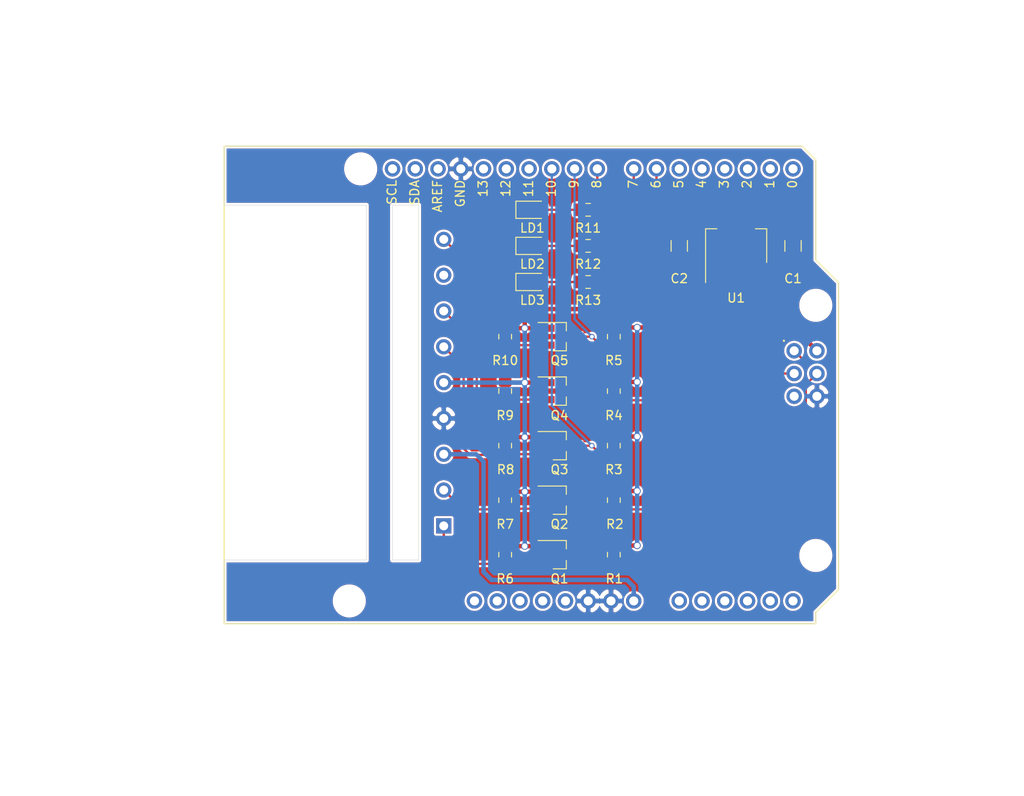
<source format=kicad_pcb>
(kicad_pcb (version 20171130) (host pcbnew 5.1.5)
  (title_block (date 2019-12-26) (rev 1git) (company SukkoPera))
  (layers (0 F.Cu mixed) (31 B.Cu mixed) (36 B.SilkS user) (37 F.SilkS user) (38 B.Mask user) (39 F.Mask user) (44 Edge.Cuts user))
  (net 0 "")
  (net 1 +5V)
  (net 2 GND)
  (net 3 +3V3)
  (net 4 /ps_data_3v3)
  (net 5 /ps_cmd_3v3)
  (net 6 +9V)
  (net 7 /ps_attn_3v3)
  (net 8 /ps_clk_3v3)
  (net 9 /ps_ack_3v3)
  (net 10 "Net-(LD1-Pad2)")
  (net 11 "Net-(LD2-Pad2)")
  (net 12 /ps_data)
  (net 13 /ps_cmd)
  (net 14 /ps_attn)
  (net 15 /ps_clk)
  (net 16 /ps_ack)
  (net 17 /led2)
  (net 18 /led1)
  (net 19 "Net-(LD3-Pad2)")
  (net 20 /led3)
  (module Arduino:Arduino_Uno_Shield (layer F.Cu) (at 113.919 120.4595)
    (fp_text reference XA1 hide)
    (fp_text value Arduino_Uno_Shield)
    (fp_text user . (at 62.484 -32.004) (layer F.SilkS))
    (pad RST2 thru_hole oval (at 63.627 -25.4) (size 1.7272 1.7272) (drill 1.016) (layers *.Cu *.Mask))
    (pad GND4 thru_hole oval (at 66.167 -25.4) (size 1.7272 1.7272) (drill 1.016) (layers *.Cu *.Mask) (net 2 GND))
    (pad MOSI thru_hole oval (at 66.167 -27.94) (size 1.7272 1.7272) (drill 1.016) (layers *.Cu *.Mask) (net 13 /ps_cmd))
    (pad SCK thru_hole oval (at 63.627 -27.94) (size 1.7272 1.7272) (drill 1.016) (layers *.Cu *.Mask) (net 15 /ps_clk))
    (pad 5V2 thru_hole oval (at 66.167 -30.48) (size 1.7272 1.7272) (drill 1.016) (layers *.Cu *.Mask) (net 1 +5V))
    (pad A0 thru_hole oval (at 50.8 -2.54) (size 1.7272 1.7272) (drill 1.016) (layers *.Cu *.Mask))
    (pad VIN thru_hole oval (at 45.72 -2.54) (size 1.7272 1.7272) (drill 1.016) (layers *.Cu *.Mask) (net 6 +9V))
    (pad GND3 thru_hole oval (at 43.18 -2.54) (size 1.7272 1.7272) (drill 1.016) (layers *.Cu *.Mask) (net 2 GND))
    (pad GND2 thru_hole oval (at 40.64 -2.54) (size 1.7272 1.7272) (drill 1.016) (layers *.Cu *.Mask) (net 2 GND))
    (pad 5V1 thru_hole oval (at 38.1 -2.54) (size 1.7272 1.7272) (drill 1.016) (layers *.Cu *.Mask))
    (pad 3V3 thru_hole oval (at 35.56 -2.54) (size 1.7272 1.7272) (drill 1.016) (layers *.Cu *.Mask))
    (pad RST1 thru_hole oval (at 33.02 -2.54) (size 1.7272 1.7272) (drill 1.016) (layers *.Cu *.Mask))
    (pad IORF thru_hole oval (at 30.48 -2.54) (size 1.7272 1.7272) (drill 1.016) (layers *.Cu *.Mask))
    (pad D0 thru_hole oval (at 63.5 -50.8) (size 1.7272 1.7272) (drill 1.016) (layers *.Cu *.Mask))
    (pad D1 thru_hole oval (at 60.96 -50.8) (size 1.7272 1.7272) (drill 1.016) (layers *.Cu *.Mask))
    (pad D2 thru_hole oval (at 58.42 -50.8) (size 1.7272 1.7272) (drill 1.016) (layers *.Cu *.Mask))
    (pad D3 thru_hole oval (at 55.88 -50.8) (size 1.7272 1.7272) (drill 1.016) (layers *.Cu *.Mask))
    (pad D4 thru_hole oval (at 53.34 -50.8) (size 1.7272 1.7272) (drill 1.016) (layers *.Cu *.Mask))
    (pad D5 thru_hole oval (at 50.8 -50.8) (size 1.7272 1.7272) (drill 1.016) (layers *.Cu *.Mask))
    (pad D6 thru_hole oval (at 48.26 -50.8) (size 1.7272 1.7272) (drill 1.016) (layers *.Cu *.Mask) (net 20 /led3))
    (pad D7 thru_hole oval (at 45.72 -50.8) (size 1.7272 1.7272) (drill 1.016) (layers *.Cu *.Mask) (net 17 /led2))
    (pad GND1 thru_hole oval (at 26.416 -50.8) (size 1.7272 1.7272) (drill 1.016) (layers *.Cu *.Mask) (net 2 GND))
    (pad D8 thru_hole oval (at 41.656 -50.8) (size 1.7272 1.7272) (drill 1.016) (layers *.Cu *.Mask) (net 18 /led1))
    (pad D9 thru_hole oval (at 39.116 -50.8) (size 1.7272 1.7272) (drill 1.016) (layers *.Cu *.Mask) (net 16 /ps_ack))
    (pad D10 thru_hole oval (at 36.576 -50.8) (size 1.7272 1.7272) (drill 1.016) (layers *.Cu *.Mask) (net 14 /ps_attn))
    (pad "" np_thru_hole circle (at 66.04 -7.62) (size 3.2 3.2) (drill 3.2) (layers *.Cu *.Mask))
    (pad "" np_thru_hole circle (at 66.04 -35.56) (size 3.2 3.2) (drill 3.2) (layers *.Cu *.Mask))
    (pad "" np_thru_hole circle (at 15.24 -50.8) (size 3.2 3.2) (drill 3.2) (layers *.Cu *.Mask))
    (pad "" np_thru_hole circle (at 13.97 -2.54) (size 3.2 3.2) (drill 3.2) (layers *.Cu *.Mask))
    (pad SCL thru_hole oval (at 18.796 -50.8) (size 1.7272 1.7272) (drill 1.016) (layers *.Cu *.Mask))
    (pad SDA thru_hole oval (at 21.336 -50.8) (size 1.7272 1.7272) (drill 1.016) (layers *.Cu *.Mask))
    (pad AREF thru_hole oval (at 23.876 -50.8) (size 1.7272 1.7272) (drill 1.016) (layers *.Cu *.Mask))
    (pad D13 thru_hole oval (at 28.956 -50.8) (size 1.7272 1.7272) (drill 1.016) (layers *.Cu *.Mask))
    (pad D12 thru_hole oval (at 31.496 -50.8) (size 1.7272 1.7272) (drill 1.016) (layers *.Cu *.Mask))
    (pad D11 thru_hole oval (at 34.036 -50.8) (size 1.7272 1.7272) (drill 1.016) (layers *.Cu *.Mask))
    (pad "" thru_hole oval (at 27.94 -2.54) (size 1.7272 1.7272) (drill 1.016) (layers *.Cu *.Mask))
    (pad A1 thru_hole oval (at 53.34 -2.54) (size 1.7272 1.7272) (drill 1.016) (layers *.Cu *.Mask))
    (pad A2 thru_hole oval (at 55.88 -2.54) (size 1.7272 1.7272) (drill 1.016) (layers *.Cu *.Mask))
    (pad A3 thru_hole oval (at 58.42 -2.54) (size 1.7272 1.7272) (drill 1.016) (layers *.Cu *.Mask))
    (pad A4 thru_hole oval (at 60.96 -2.54) (size 1.7272 1.7272) (drill 1.016) (layers *.Cu *.Mask))
    (pad A5 thru_hole oval (at 63.5 -2.54) (size 1.7272 1.7272) (drill 1.016) (layers *.Cu *.Mask))
    (pad MISO thru_hole oval (at 63.627 -30.48) (size 1.7272 1.7272) (drill 1.016) (layers *.Cu *.Mask) (net 12 /ps_data))
  )
  (module Capacitor_SMD:C_1206_3216Metric_Pad1.42x1.75mm_HandSolder (layer F.Cu) (at 177.419 78.26375 270)
    (fp_text reference C1 (at 3.65125 0 180) (layer F.SilkS))
    (fp_text value 10u)
    (pad 2 smd roundrect (at 1.4875 0 270) (size 1.425 1.75) (layers F.Cu F.Paste F.Mask) (roundrect_rratio 0.175439) (net 1 +5V))
    (pad 1 smd roundrect (at -1.4875 0 270) (size 1.425 1.75) (layers F.Cu F.Paste F.Mask) (roundrect_rratio 0.175439) (net 2 GND))
  )
  (module Capacitor_SMD:C_1206_3216Metric_Pad1.42x1.75mm_HandSolder (layer F.Cu) (at 164.719 78.26375 90)
    (fp_text reference C2 (at -3.65125 0 180) (layer F.SilkS))
    (fp_text value 10u)
    (pad 1 smd roundrect (at -1.4875 0 90) (size 1.425 1.75) (layers F.Cu F.Paste F.Mask) (roundrect_rratio 0.175439) (net 2 GND))
    (pad 2 smd roundrect (at 1.4875 0 90) (size 1.425 1.75) (layers F.Cu F.Paste F.Mask) (roundrect_rratio 0.175439) (net 3 +3V3))
  )
  (module PsxControllerShield:PSX_Pad_Connector (layer F.Cu) (at 124.43 93.5355 180)
    (fp_text reference J1 hide)
    (fp_text value TO_PSX_PAD)
    (pad 1 thru_hole rect (at -14 -16 180) (size 1.7 1.7) (drill 1) (layers *.Cu *.Mask) (net 4 /ps_data_3v3))
    (pad 2 thru_hole oval (at -14 -12 180) (size 1.7 1.7) (drill 1) (layers *.Cu *.Mask) (net 5 /ps_cmd_3v3))
    (pad 3 thru_hole oval (at -14 -8 180) (size 1.7 1.7) (drill 1) (layers *.Cu *.Mask) (net 6 +9V))
    (pad 4 thru_hole oval (at -14 -4 180) (size 1.7 1.7) (drill 1) (layers *.Cu *.Mask) (net 2 GND))
    (pad 5 thru_hole oval (at -14 0 180) (size 1.7 1.7) (drill 1) (layers *.Cu *.Mask) (net 3 +3V3))
    (pad 6 thru_hole oval (at -14 4 180) (size 1.7 1.7) (drill 1) (layers *.Cu *.Mask) (net 7 /ps_attn_3v3))
    (pad 7 thru_hole oval (at -14 8 180) (size 1.7 1.7) (drill 1) (layers *.Cu *.Mask) (net 8 /ps_clk_3v3))
    (pad 8 thru_hole oval (at -14 12 180) (size 1.7 1.7) (drill 1) (layers *.Cu *.Mask))
    (pad 9 thru_hole oval (at -14 16 180) (size 1.7 1.7) (drill 1) (layers *.Cu *.Mask) (net 9 /ps_ack_3v3))
  )
  (module LED_SMD:LED_0805_2012Metric_Pad1.15x1.40mm_HandSolder (layer F.Cu) (at 148.342625 74.2315)
    (fp_text reference LD1 (at -0.0225 2.033) (layer F.SilkS))
    (fp_text value LED)
    (pad 1 smd roundrect (at -1.025 0) (size 1.15 1.4) (layers F.Cu F.Paste F.Mask) (roundrect_rratio 0.217391) (net 2 GND))
    (pad 2 smd roundrect (at 1.025 0) (size 1.15 1.4) (layers F.Cu F.Paste F.Mask) (roundrect_rratio 0.217391) (net 10 "Net-(LD1-Pad2)"))
  )
  (module LED_SMD:LED_0805_2012Metric_Pad1.15x1.40mm_HandSolder (layer F.Cu) (at 148.342625 78.26375)
    (fp_text reference LD2 (at -0.0225 2.033) (layer F.SilkS))
    (fp_text value LED)
    (pad 2 smd roundrect (at 1.025 0) (size 1.15 1.4) (layers F.Cu F.Paste F.Mask) (roundrect_rratio 0.217391) (net 11 "Net-(LD2-Pad2)"))
    (pad 1 smd roundrect (at -1.025 0) (size 1.15 1.4) (layers F.Cu F.Paste F.Mask) (roundrect_rratio 0.217391) (net 2 GND))
  )
  (module Package_TO_SOT_SMD:SOT-23_Handsoldering (layer F.Cu) (at 151.35225 112.75314)
    (fp_text reference Q1 (at 0 2.68986) (layer F.SilkS))
    (fp_text value BSS138)
    (pad 1 smd rect (at -1.5 -0.95) (size 1.9 0.8) (layers F.Cu F.Paste F.Mask) (net 3 +3V3))
    (pad 2 smd rect (at -1.5 0.95) (size 1.9 0.8) (layers F.Cu F.Paste F.Mask) (net 4 /ps_data_3v3))
    (pad 3 smd rect (at 1.5 0) (size 1.9 0.8) (layers F.Cu F.Paste F.Mask) (net 12 /ps_data))
  )
  (module Package_TO_SOT_SMD:SOT-23_Handsoldering (layer F.Cu) (at 151.35225 106.665513)
    (fp_text reference Q2 (at 0 2.684027) (layer F.SilkS))
    (fp_text value BSS138)
    (pad 3 smd rect (at 1.5 0) (size 1.9 0.8) (layers F.Cu F.Paste F.Mask) (net 13 /ps_cmd))
    (pad 2 smd rect (at -1.5 0.95) (size 1.9 0.8) (layers F.Cu F.Paste F.Mask) (net 5 /ps_cmd_3v3))
    (pad 1 smd rect (at -1.5 -0.95) (size 1.9 0.8) (layers F.Cu F.Paste F.Mask) (net 3 +3V3))
  )
  (module Package_TO_SOT_SMD:SOT-23_Handsoldering (layer F.Cu) (at 151.35225 100.577889)
    (fp_text reference Q3 (at 0 2.673111) (layer F.SilkS))
    (fp_text value BSS138)
    (pad 1 smd rect (at -1.5 -0.95) (size 1.9 0.8) (layers F.Cu F.Paste F.Mask) (net 3 +3V3))
    (pad 2 smd rect (at -1.5 0.95) (size 1.9 0.8) (layers F.Cu F.Paste F.Mask) (net 7 /ps_attn_3v3))
    (pad 3 smd rect (at 1.5 0) (size 1.9 0.8) (layers F.Cu F.Paste F.Mask) (net 14 /ps_attn))
  )
  (module Package_TO_SOT_SMD:SOT-23_Handsoldering (layer F.Cu) (at 151.35225 94.481889)
    (fp_text reference Q4 (at 0 2.726451) (layer F.SilkS))
    (fp_text value BSS138)
    (pad 3 smd rect (at 1.5 0) (size 1.9 0.8) (layers F.Cu F.Paste F.Mask) (net 15 /ps_clk))
    (pad 2 smd rect (at -1.5 0.95) (size 1.9 0.8) (layers F.Cu F.Paste F.Mask) (net 8 /ps_clk_3v3))
    (pad 1 smd rect (at -1.5 -0.95) (size 1.9 0.8) (layers F.Cu F.Paste F.Mask) (net 3 +3V3))
  )
  (module Package_TO_SOT_SMD:SOT-23_Handsoldering (layer F.Cu) (at 151.35225 88.402641)
    (fp_text reference Q5 (at 0 2.656359) (layer F.SilkS))
    (fp_text value BSS138)
    (pad 3 smd rect (at 1.5 0) (size 1.9 0.8) (layers F.Cu F.Paste F.Mask) (net 16 /ps_ack))
    (pad 2 smd rect (at -1.5 0.95) (size 1.9 0.8) (layers F.Cu F.Paste F.Mask) (net 9 /ps_ack_3v3))
    (pad 1 smd rect (at -1.5 -0.95) (size 1.9 0.8) (layers F.Cu F.Paste F.Mask) (net 3 +3V3))
  )
  (module Resistor_SMD:R_0805_2012Metric_Pad1.15x1.40mm_HandSolder (layer F.Cu) (at 157.4165 112.75314 270)
    (fp_text reference R1 (at 2.68986 -0.0635 180) (layer F.SilkS))
    (fp_text value 10k)
    (pad 1 smd roundrect (at -1.025 0 270) (size 1.15 1.4) (layers F.Cu F.Paste F.Mask) (roundrect_rratio 0.217391) (net 1 +5V))
    (pad 2 smd roundrect (at 1.025 0 270) (size 1.15 1.4) (layers F.Cu F.Paste F.Mask) (roundrect_rratio 0.217391) (net 12 /ps_data))
  )
  (module Resistor_SMD:R_0805_2012Metric_Pad1.15x1.40mm_HandSolder (layer F.Cu) (at 157.4165 106.665513 270)
    (fp_text reference R2 (at 2.684027 -0.1143 180) (layer F.SilkS))
    (fp_text value 10k)
    (pad 1 smd roundrect (at -1.025 0 270) (size 1.15 1.4) (layers F.Cu F.Paste F.Mask) (roundrect_rratio 0.217391) (net 1 +5V))
    (pad 2 smd roundrect (at 1.025 0 270) (size 1.15 1.4) (layers F.Cu F.Paste F.Mask) (roundrect_rratio 0.217391) (net 13 /ps_cmd))
  )
  (module Resistor_SMD:R_0805_2012Metric_Pad1.15x1.40mm_HandSolder (layer F.Cu) (at 157.4165 100.577889 270)
    (fp_text reference R3 (at 2.673111 -0.0127 180) (layer F.SilkS))
    (fp_text value 10k)
    (pad 2 smd roundrect (at 1.025 0 270) (size 1.15 1.4) (layers F.Cu F.Paste F.Mask) (roundrect_rratio 0.217391) (net 14 /ps_attn))
    (pad 1 smd roundrect (at -1.025 0 270) (size 1.15 1.4) (layers F.Cu F.Paste F.Mask) (roundrect_rratio 0.217391) (net 1 +5V))
  )
  (module Resistor_SMD:R_0805_2012Metric_Pad1.15x1.40mm_HandSolder (layer F.Cu) (at 157.4165 94.481889 270)
    (fp_text reference R4 (at 2.726451 -0.0127 180) (layer F.SilkS))
    (fp_text value 10k)
    (pad 1 smd roundrect (at -1.025 0 270) (size 1.15 1.4) (layers F.Cu F.Paste F.Mask) (roundrect_rratio 0.217391) (net 1 +5V))
    (pad 2 smd roundrect (at 1.025 0 270) (size 1.15 1.4) (layers F.Cu F.Paste F.Mask) (roundrect_rratio 0.217391) (net 15 /ps_clk))
  )
  (module Resistor_SMD:R_0805_2012Metric_Pad1.15x1.40mm_HandSolder (layer F.Cu) (at 157.4165 88.402641 270)
    (fp_text reference R5 (at 2.656359 0 180) (layer F.SilkS))
    (fp_text value 10k)
    (pad 1 smd roundrect (at -1.025 0 270) (size 1.15 1.4) (layers F.Cu F.Paste F.Mask) (roundrect_rratio 0.217391) (net 1 +5V))
    (pad 2 smd roundrect (at 1.025 0 270) (size 1.15 1.4) (layers F.Cu F.Paste F.Mask) (roundrect_rratio 0.217391) (net 16 /ps_ack))
  )
  (module Resistor_SMD:R_0805_2012Metric_Pad1.15x1.40mm_HandSolder (layer F.Cu) (at 145.288 112.75314 270)
    (fp_text reference R6 (at 2.68986 0 180) (layer F.SilkS))
    (fp_text value 10k)
    (pad 2 smd roundrect (at 1.025 0 270) (size 1.15 1.4) (layers F.Cu F.Paste F.Mask) (roundrect_rratio 0.217391) (net 4 /ps_data_3v3))
    (pad 1 smd roundrect (at -1.025 0 270) (size 1.15 1.4) (layers F.Cu F.Paste F.Mask) (roundrect_rratio 0.217391) (net 3 +3V3))
  )
  (module Resistor_SMD:R_0805_2012Metric_Pad1.15x1.40mm_HandSolder (layer F.Cu) (at 145.288 106.665513 270)
    (fp_text reference R7 (at 2.684027 0 180) (layer F.SilkS))
    (fp_text value 10k)
    (pad 1 smd roundrect (at -1.025 0 270) (size 1.15 1.4) (layers F.Cu F.Paste F.Mask) (roundrect_rratio 0.217391) (net 3 +3V3))
    (pad 2 smd roundrect (at 1.025 0 270) (size 1.15 1.4) (layers F.Cu F.Paste F.Mask) (roundrect_rratio 0.217391) (net 5 /ps_cmd_3v3))
  )
  (module Resistor_SMD:R_0805_2012Metric_Pad1.15x1.40mm_HandSolder (layer F.Cu) (at 145.288 100.577889 270)
    (fp_text reference R8 (at 2.673111 -0.0508 180) (layer F.SilkS))
    (fp_text value 10k)
    (pad 1 smd roundrect (at -1.025 0 270) (size 1.15 1.4) (layers F.Cu F.Paste F.Mask) (roundrect_rratio 0.217391) (net 3 +3V3))
    (pad 2 smd roundrect (at 1.025 0 270) (size 1.15 1.4) (layers F.Cu F.Paste F.Mask) (roundrect_rratio 0.217391) (net 7 /ps_attn_3v3))
  )
  (module Resistor_SMD:R_0805_2012Metric_Pad1.15x1.40mm_HandSolder (layer F.Cu) (at 145.288 94.481889 270)
    (fp_text reference R9 (at 2.726451 0 180) (layer F.SilkS))
    (fp_text value 10k)
    (pad 1 smd roundrect (at -1.025 0 270) (size 1.15 1.4) (layers F.Cu F.Paste F.Mask) (roundrect_rratio 0.217391) (net 3 +3V3))
    (pad 2 smd roundrect (at 1.025 0 270) (size 1.15 1.4) (layers F.Cu F.Paste F.Mask) (roundrect_rratio 0.217391) (net 8 /ps_clk_3v3))
  )
  (module Resistor_SMD:R_0805_2012Metric_Pad1.15x1.40mm_HandSolder (layer F.Cu) (at 145.288 88.402641 270)
    (fp_text reference R10 (at 2.656359 0 180) (layer F.SilkS))
    (fp_text value 10k)
    (pad 2 smd roundrect (at 1.025 0 270) (size 1.15 1.4) (layers F.Cu F.Paste F.Mask) (roundrect_rratio 0.217391) (net 9 /ps_ack_3v3))
    (pad 1 smd roundrect (at -1.025 0 270) (size 1.15 1.4) (layers F.Cu F.Paste F.Mask) (roundrect_rratio 0.217391) (net 3 +3V3))
  )
  (module Resistor_SMD:R_0805_2012Metric_Pad1.15x1.40mm_HandSolder (layer F.Cu) (at 154.55 74.2315)
    (fp_text reference R11 (at 0 2.033) (layer F.SilkS))
    (fp_text value 220)
    (pad 1 smd roundrect (at -1.025 0) (size 1.15 1.4) (layers F.Cu F.Paste F.Mask) (roundrect_rratio 0.217391) (net 10 "Net-(LD1-Pad2)"))
    (pad 2 smd roundrect (at 1.025 0) (size 1.15 1.4) (layers F.Cu F.Paste F.Mask) (roundrect_rratio 0.217391) (net 18 /led1))
  )
  (module Resistor_SMD:R_0805_2012Metric_Pad1.15x1.40mm_HandSolder (layer F.Cu) (at 154.55 78.26375)
    (fp_text reference R12 (at 0 2.033) (layer F.SilkS))
    (fp_text value 220)
    (pad 2 smd roundrect (at 1.025 0) (size 1.15 1.4) (layers F.Cu F.Paste F.Mask) (roundrect_rratio 0.217391) (net 17 /led2))
    (pad 1 smd roundrect (at -1.025 0) (size 1.15 1.4) (layers F.Cu F.Paste F.Mask) (roundrect_rratio 0.217391) (net 11 "Net-(LD2-Pad2)"))
  )
  (module Package_TO_SOT_SMD:SOT-223-3_TabPin2 (layer F.Cu) (at 171.069 78.26375 90)
    (fp_text reference U1 (at -5.81025 0 180) (layer F.SilkS))
    (fp_text value LM1117-3.3)
    (pad 2 smd rect (at 3.15 0 90) (size 2 3.8) (layers F.Cu F.Paste F.Mask) (net 3 +3V3))
    (pad 2 smd rect (at -3.15 0 90) (size 2 1.5) (layers F.Cu F.Paste F.Mask) (net 3 +3V3))
    (pad 3 smd rect (at -3.15 2.3 90) (size 2 1.5) (layers F.Cu F.Paste F.Mask) (net 1 +5V))
    (pad 1 smd rect (at -3.15 -2.3 90) (size 2 1.5) (layers F.Cu F.Paste F.Mask) (net 2 GND))
  )
  (module LED_SMD:LED_0805_2012Metric_Pad1.15x1.40mm_HandSolder (layer F.Cu) (at 148.342625 82.296)
    (fp_text reference LD3 (at -0.0225 2.033) (layer F.SilkS))
    (fp_text value LED)
    (pad 1 smd roundrect (at -1.025 0) (size 1.15 1.4) (layers F.Cu F.Paste F.Mask) (roundrect_rratio 0.217391) (net 2 GND))
    (pad 2 smd roundrect (at 1.025 0) (size 1.15 1.4) (layers F.Cu F.Paste F.Mask) (roundrect_rratio 0.217391) (net 19 "Net-(LD3-Pad2)"))
  )
  (module Resistor_SMD:R_0805_2012Metric_Pad1.15x1.40mm_HandSolder (layer F.Cu) (at 154.55 82.296)
    (fp_text reference R13 (at 0 2.033) (layer F.SilkS))
    (fp_text value 220)
    (pad 1 smd roundrect (at -1.025 0) (size 1.15 1.4) (layers F.Cu F.Paste F.Mask) (roundrect_rratio 0.217391) (net 19 "Net-(LD3-Pad2)"))
    (pad 2 smd roundrect (at 1.025 0) (size 1.15 1.4) (layers F.Cu F.Paste F.Mask) (roundrect_rratio 0.217391) (net 20 /led3))
  )
  (module Symbol:OSHW-Logo_7.5x8mm_Copper (layer F.Cu) (at 169.4688 99.9236)
    (fp_text reference J2 hide)
    (fp_text value OSHW_LOGO hide)
    (fp_poly (pts (xy -2.53664 1.952468) (xy -2.501408 1.969874) (xy -2.45796 2.000206) (xy -2.426294 2.033283) (xy -2.404606 2.074817) (xy -2.391097 2.130522) (xy -2.383962 2.206111) (xy -2.3814 2.307296) (xy -2.38125 2.350797) (xy -2.381688 2.446135) (xy -2.383504 2.514271) (xy -2.387455 2.561418) (xy -2.394298 2.59379) (xy -2.404789 2.6176) (xy -2.415704 2.633843) (xy -2.485381 2.702952) (xy -2.567434 2.744521) (xy -2.65595 2.757023) (xy -2.745019 2.738934) (xy -2.773237 2.726142) (xy -2.84079 2.690931) (xy -2.84079 3.2427) (xy -2.791488 3.217205) (xy -2.726527 3.19748) (xy -2.64668 3.192427) (xy -2.566948 3.201756) (xy -2.506735 3.222714) (xy -2.456792 3.262627) (xy -2.414119 3.319741) (xy -2.41091 3.325605) (xy -2.397378 3.353227) (xy -2.387495 3.381068) (xy -2.380691 3.414794) (xy -2.376399 3.460071) (xy -2.374049 3.522562) (xy -2.373072 3.607935) (xy -2.372895 3.70401) (xy -2.372895 4.010526) (xy -2.556711 4.010526) (xy -2.556711 3.445339) (xy -2.608125 3.402077) (xy -2.661534 3.367472) (xy -2.712112 3.36118) (xy -2.76297 3.377372) (xy -2.790075 3.393227) (xy -2.810249 3.41581) (xy -2.824597 3.44994) (xy -2.834224 3.500434) (xy -2.840237 3.572111) (xy -2.84374 3.669788) (xy -2.844974 3.734802) (xy -2.849145 4.002171) (xy -2.936875 4.007222) (xy -3.024606 4.012273) (xy -3.024606 2.353101) (xy -2.84079 2.353101) (xy -2.836104 2.4456) (xy -2.820312 2.509809) (xy -2.790817 2.549759) (xy -2.74502 2.56948) (xy -2.69875 2.573421) (xy -2.646372 2.568892) (xy -2.61161 2.551069) (xy -2.589872 2.527519) (xy -2.57276 2.502189) (xy -2.562573 2.473969) (xy -2.55804 2.434431) (xy -2.557891 2.375142) (xy -2.559416 2.325498) (xy -2.562919 2.25071) (xy -2.568133 2.201611) (xy -2.576913 2.170467) (xy -2.591114 2.149545) (xy -2.604516 2.137452) (xy -2.660513 2.111081) (xy -2.726789 2.106822) (xy -2.764844 2.115906) (xy -2.802523 2.148196) (xy -2.827481 2.211006) (xy -2.839578 2.303894) (xy -2.84079 2.353101) (xy -3.024606 2.353101) (xy -3.024606 1.938421) (xy -2.932698 1.938421) (xy -2.877517 1.940603) (xy -2.849048 1.948351) (xy -2.840794 1.963468) (xy -2.84079 1.963916) (xy -2.83696 1.97872) (xy -2.820067 1.977039) (xy -2.786481 1.960772) (xy -2.708222 1.935887) (xy -2.620173 1.933271) (xy -2.53664 1.952468)) (layer F.Cu) (width 0.01))
    (fp_poly (pts (xy -1.839543 3.198184) (xy -1.76093 3.21916) (xy -1.701084 3.25718) (xy -1.658853 3.306978) (xy -1.645725 3.32823) (xy -1.636032 3.350492) (xy -1.629256 3.37897) (xy -1.624877 3.418871) (xy -1.622376 3.475401) (xy -1.621232 3.553767) (xy -1.620928 3.659176) (xy -1.620922 3.687142) (xy -1.620922 4.010526) (xy -1.701132 4.010526) (xy -1.752294 4.006943) (xy -1.790123 3.997866) (xy -1.799601 3.992268) (xy -1.825512 3.982606) (xy -1.851976 3.992268) (xy -1.895548 4.00433) (xy -1.95884 4.009185) (xy -2.02899 4.007078) (xy -2.09314 3.998256) (xy -2.130593 3.986937) (xy -2.203067 3.940412) (xy -2.24836 3.875846) (xy -2.268722 3.79) (xy -2.268912 3.787796) (xy -2.267125 3.749713) (xy -2.105527 3.749713) (xy -2.091399 3.79303) (xy -2.068388 3.817408) (xy -2.022196 3.835845) (xy -1.961225 3.843205) (xy -1.899051 3.839583) (xy -1.849249 3.825074) (xy -1.835297 3.815765) (xy -1.810915 3.772753) (xy -1.804737 3.723857) (xy -1.804737 3.659605) (xy -1.897182 3.659605) (xy -1.985005 3.666366) (xy -2.051582 3.68552) (xy -2.092998 3.715376) (xy -2.105527 3.749713) (xy -2.267125 3.749713) (xy -2.26451 3.694004) (xy -2.233576 3.619847) (xy -2.175419 3.563767) (xy -2.16738 3.558665) (xy -2.132837 3.542055) (xy -2.090082 3.531996) (xy -2.030314 3.527107) (xy -1.95931 3.525983) (xy -1.804737 3.525921) (xy -1.804737 3.461125) (xy -1.811294 3.41085) (xy -1.828025 3.377169) (xy -1.829984 3.375376) (xy -1.867217 3.360642) (xy -1.92342 3.354931) (xy -1.985533 3.357737) (xy -2.04049 3.368556) (xy -2.073101 3.384782) (xy -2.090772 3.39778) (xy -2.109431 3.400262) (xy -2.135181 3.389613) (xy -2.174127 3.363218) (xy -2.23237 3.318465) (xy -2.237716 3.314273) (xy -2.234977 3.29876) (xy -2.212124 3.27296) (xy -2.177391 3.244289) (xy -2.13901 3.220166) (xy -2.126952 3.21447) (xy -2.082966 3.203103) (xy -2.018513 3.194995) (xy -1.946503 3.191743) (xy -1.943136 3.191736) (xy -1.839543 3.198184)) (layer F.Cu) (width 0.01))
    (fp_poly (pts (xy -1.320119 3.193486) (xy -1.295112 3.200982) (xy -1.28705 3.217451) (xy -1.286711 3.224886) (xy -1.285264 3.245594) (xy -1.275302 3.248845) (xy -1.248388 3.234648) (xy -1.232402 3.224948) (xy -1.181967 3.204175) (xy -1.121728 3.193904) (xy -1.058566 3.193114) (xy -0.999363 3.200786) (xy -0.950998 3.215898) (xy -0.920354 3.237432) (xy -0.914311 3.264366) (xy -0.917361 3.27166) (xy -0.939594 3.301937) (xy -0.97407 3.339175) (xy -0.980306 3.345195) (xy -1.013167 3.372875) (xy -1.04152 3.381818) (xy -1.081173 3.375576) (xy -1.097058 3.371429) (xy -1.146491 3.361467) (xy -1.181248 3.365947) (xy -1.2106 3.381746) (xy -1.237487 3.402949) (xy -1.25729 3.429614) (xy -1.271052 3.466827) (xy -1.279816 3.519673) (xy -1.284626 3.593237) (xy -1.286526 3.692605) (xy -1.286711 3.752601) (xy -1.286711 4.010526) (xy -1.453816 4.010526) (xy -1.453816 3.19171) (xy -1.370264 3.19171) (xy -1.320119 3.193486)) (layer F.Cu) (width 0.01))
    (fp_poly (pts (xy -0.267369 4.010526) (xy -0.359277 4.010526) (xy -0.412623 4.008962) (xy -0.440407 4.002485) (xy -0.45041 3.988418) (xy -0.451185 3.978906) (xy -0.452872 3.959832) (xy -0.46351 3.956174) (xy -0.491465 3.967932) (xy -0.513205 3.978906) (xy -0.596668 4.004911) (xy -0.687396 4.006416) (xy -0.761158 3.987021) (xy -0.829846 3.940165) (xy -0.882206 3.871004) (xy -0.910878 3.789427) (xy -0.911608 3.784866) (xy -0.915868 3.735101) (xy -0.917986 3.663659) (xy -0.917816 3.609626) (xy -0.73528 3.609626) (xy -0.731051 3.681441) (xy -0.721432 3.740634) (xy -0.70841 3.77406) (xy -0.659144 3.81974) (xy -0.60065 3.836115) (xy -0.540329 3.822873) (xy -0.488783 3.783373) (xy -0.469262 3.756807) (xy -0.457848 3.725106) (xy -0.452502 3.678832) (xy -0.451185 3.609328) (xy -0.453542 3.540499) (xy -0.459767 3.480026) (xy -0.468592 3.439556) (xy -0.470063 3.435929) (xy -0.505653 3.392802) (xy -0.5576 3.369124) (xy -0.615722 3.365301) (xy -0.66984 3.381738) (xy -0.709774 3.41884) (xy -0.713917 3.426222) (xy -0.726884 3.471239) (xy -0.733948 3.535967) (xy -0.73528 3.609626) (xy -0.917816 3.609626) (xy -0.917729 3.58223) (xy -0.916528 3.538405) (xy -0.908355 3.429988) (xy -0.89137 3.348588) (xy -0.863113 3.288412) (xy -0.821128 3.243666) (xy -0.780368 3.2174) (xy -0.723419 3.198935) (xy -0.652589 3.192602) (xy -0.580059 3.19776) (xy -0.518014 3.213769) (xy -0.485232 3.23292) (xy -0.451185 3.263732) (xy -0.451185 2.87421) (xy -0.267369 2.87421) (xy -0.267369 4.010526)) (layer F.Cu) (width 0.01))
    (fp_poly (pts (xy 0.37413 3.195104) (xy 0.44022 3.200066) (xy 0.526626 3.459079) (xy 0.613031 3.718092) (xy 0.640124 3.626184) (xy 0.656428 3.569384) (xy 0.677875 3.492625) (xy 0.701035 3.408251) (xy 0.71328 3.362993) (xy 0.759344 3.19171) (xy 0.949387 3.19171) (xy 0.892582 3.371349) (xy 0.864607 3.459704) (xy 0.830813 3.566281) (xy 0.79552 3.677454) (xy 0.764013 3.776579) (xy 0.69225 4.002171) (xy 0.537286 4.012253) (xy 0.49527 3.873528) (xy 0.469359 3.787351) (xy 0.441083 3.692347) (xy 0.416369 3.608441) (xy 0.415394 3.605102) (xy 0.396935 3.548248) (xy 0.380649 3.509456) (xy 0.369242 3.494787) (xy 0.366898 3.496483) (xy 0.358671 3.519225) (xy 0.343038 3.56794) (xy 0.321904 3.636502) (xy 0.29717 3.718785) (xy 0.283787 3.764046) (xy 0.211311 4.010526) (xy 0.057495 4.010526) (xy -0.065469 3.622006) (xy -0.100012 3.513022) (xy -0.131479 3.414048) (xy -0.158384 3.329736) (xy -0.179241 3.264734) (xy -0.192562 3.223692) (xy -0.196612 3.211701) (xy -0.193406 3.199423) (xy -0.168235 3.194046) (xy -0.115854 3.194584) (xy -0.107655 3.19499) (xy -0.010518 3.200066) (xy 0.0531 3.434013) (xy 0.076484 3.519333) (xy 0.097381 3.594335) (xy 0.113951 3.652507) (xy 0.124354 3.687337) (xy 0.126276 3.693016) (xy 0.134241 3.686486) (xy 0.150304 3.652654) (xy 0.172621 3.596127) (xy 0.199345 3.52151) (xy 0.221937 3.454107) (xy 0.308041 3.190143) (xy 0.37413 3.195104)) (layer F.Cu) (width 0.01))
    (fp_poly (pts (xy 1.379992 3.196673) (xy 1.450427 3.21378) (xy 1.470787 3.222844) (xy 1.510253 3.246583) (xy 1.540541 3.273321) (xy 1.562952 3.307699) (xy 1.578786 3.35436) (xy 1.589343 3.417946) (xy 1.595924 3.503099) (xy 1.599828 3.614462) (xy 1.60131 3.688849) (xy 1.606765 4.010526) (xy 1.51358 4.010526) (xy 1.457047 4.008156) (xy 1.427922 4.000055) (xy 1.420394 3.986451) (xy 1.41642 3.971741) (xy 1.398652 3.974554) (xy 1.37444 3.986348) (xy 1.313828 4.004427) (xy 1.235929 4.009299) (xy 1.153995 4.00133) (xy 1.081281 3.980889) (xy 1.074759 3.978051) (xy 1.008302 3.931365) (xy 0.964491 3.866464) (xy 0.944332 3.7906) (xy 0.945872 3.763344) (xy 1.110345 3.763344) (xy 1.124837 3.800024) (xy 1.167805 3.826309) (xy 1.237129 3.840417) (xy 1.274177 3.84229) (xy 1.335919 3.837494) (xy 1.37696 3.818858) (xy 1.386973 3.81) (xy 1.4141 3.761806) (xy 1.420394 3.718092) (xy 1.420394 3.659605) (xy 1.33893 3.659605) (xy 1.244234 3.664432) (xy 1.177813 3.679613) (xy 1.135846 3.7062) (xy 1.126449 3.718052) (xy 1.110345 3.763344) (xy 0.945872 3.763344) (xy 0.948829 3.711026) (xy 0.978985 3.634995) (xy 1.020131 3.583612) (xy 1.045052 3.561397) (xy 1.069448 3.546798) (xy 1.101191 3.537897) (xy 1.148152 3.532775) (xy 1.218204 3.529515) (xy 1.24599 3.528577) (xy 1.420394 3.522879) (xy 1.420138 3.470091) (xy 1.413384 3.414603) (xy 1.388964 3.381052) (xy 1.33963 3.359618) (xy 1.338306 3.359236) (xy 1.26836 3.350808) (xy 1.199914 3.361816) (xy 1.149047 3.388585) (xy 1.128637 3.401803) (xy 1.106654 3.399974) (xy 1.072826 3.380824) (xy 1.052961 3.367308) (xy 1.014106 3.338432) (xy 0.990038 3.316786) (xy 0.986176 3.310589) (xy 1.002079 3.278519) (xy 1.049065 3.240219) (xy 1.069473 3.227297) (xy 1.128143 3.205041) (xy 1.207212 3.192432) (xy 1.295041 3.1896) (xy 1.379992 3.196673)) (layer F.Cu) (width 0.01))
    (fp_poly (pts (xy 2.173167 3.191447) (xy 2.237408 3.204112) (xy 2.27398 3.222864) (xy 2.312453 3.254017) (xy 2.257717 3.323127) (xy 2.223969 3.364979) (xy 2.201053 3.385398) (xy 2.178279 3.388517) (xy 2.144956 3.378472) (xy 2.129314 3.372789) (xy 2.065542 3.364404) (xy 2.00714 3.382378) (xy 1.964264 3.422982) (xy 1.957299 3.435929) (xy 1.949713 3.470224) (xy 1.943859 3.533427) (xy 1.940011 3.62106) (xy 1.938443 3.72864) (xy 1.938421 3.743944) (xy 1.938421 4.010526) (xy 1.754605 4.010526) (xy 1.754605 3.19171) (xy 1.846513 3.19171) (xy 1.899507 3.193094) (xy 1.927115 3.199252) (xy 1.937324 3.213194) (xy 1.938421 3.226344) (xy 1.938421 3.260978) (xy 1.98245 3.226344) (xy 2.032937 3.202716) (xy 2.10076 3.191033) (xy 2.173167 3.191447)) (layer F.Cu) (width 0.01))
    (fp_poly (pts (xy 2.701193 3.196078) (xy 2.781068 3.216845) (xy 2.847962 3.259705) (xy 2.880351 3.291723) (xy 2.933445 3.367413) (xy 2.963873 3.455216) (xy 2.974327 3.56315) (xy 2.97438 3.571875) (xy 2.974473 3.659605) (xy 2.469534 3.659605) (xy 2.480298 3.705559) (xy 2.499732 3.747178) (xy 2.533745 3.790544) (xy 2.54086 3.797467) (xy 2.602003 3.834935) (xy 2.671729 3.841289) (xy 2.751987 3.816638) (xy 2.765592 3.81) (xy 2.807319 3.789819) (xy 2.835268 3.778321) (xy 2.840145 3.777258) (xy 2.857168 3.787583) (xy 2.889633 3.812845) (xy 2.906114 3.82665) (xy 2.940264 3.858361) (xy 2.951478 3.879299) (xy 2.943695 3.89856) (xy 2.939535 3.903827) (xy 2.911357 3.926878) (xy 2.864862 3.954892) (xy 2.832434 3.971246) (xy 2.740385 4.000059) (xy 2.638476 4.009395) (xy 2.541963 3.998332) (xy 2.514934 3.990412) (xy 2.431276 3.945581) (xy 2.369266 3.876598) (xy 2.328545 3.782794) (xy 2.308755 3.663498) (xy 2.306582 3.601118) (xy 2.312926 3.510298) (xy 2.473157 3.510298) (xy 2.488655 3.517012) (xy 2.530312 3.52228) (xy 2.590876 3.525389) (xy 2.631907 3.525921) (xy 2.705711 3.525408) (xy 2.752293 3.523006) (xy 2.777848 3.517422) (xy 2.788569 3.507361) (xy 2.790657 3.492763) (xy 2.776331 3.447796) (xy 2.740262 3.403353) (xy 2.692815 3.369242) (xy 2.645349 3.355288) (xy 2.580879 3.367666) (xy 2.52507 3.403452) (xy 2.486374 3.455033) (xy 2.473157 3.510298) (xy 2.312926 3.510298) (xy 2.315821 3.468866) (xy 2.344336 3.363498) (xy 2.392729 3.284178) (xy 2.461604 3.230071) (xy 2.551565 3.200343) (xy 2.6003 3.194618) (xy 2.701193 3.196078)) (layer F.Cu) (width 0.01))
    (fp_poly (pts (xy -3.373216 1.947104) (xy -3.285795 1.985754) (xy -3.21943 2.05029) (xy -3.174024 2.140812) (xy -3.149482 2.257418) (xy -3.147723 2.275624) (xy -3.146344 2.403984) (xy -3.164216 2.516496) (xy -3.20025 2.607688) (xy -3.219545 2.637022) (xy -3.286755 2.699106) (xy -3.37235 2.739316) (xy -3.46811 2.756003) (xy -3.565813 2.747517) (xy -3.640083 2.72138) (xy -3.703953 2.677335) (xy -3.756154 2.619587) (xy -3.757057 2.618236) (xy -3.778256 2.582593) (xy -3.792033 2.546752) (xy -3.800376 2.501519) (xy -3.805273 2.437701) (xy -3.807431 2.385368) (xy -3.808329 2.33791) (xy -3.641257 2.33791) (xy -3.639624 2.385154) (xy -3.633696 2.448046) (xy -3.623239 2.488407) (xy -3.604381 2.517122) (xy -3.586719 2.533896) (xy -3.524106 2.569016) (xy -3.458592 2.57371) (xy -3.397579 2.54844) (xy -3.367072 2.520124) (xy -3.345089 2.491589) (xy -3.332231 2.464284) (xy -3.326588 2.42875) (xy -3.326249 2.375524) (xy -3.327988 2.326506) (xy -3.331729 2.256482) (xy -3.337659 2.211064) (xy -3.348347 2.18144) (xy -3.366361 2.158797) (xy -3.380637 2.145855) (xy -3.440349 2.11186) (xy -3.504766 2.110165) (xy -3.558781 2.130301) (xy -3.60486 2.172352) (xy -3.632311 2.241428) (xy -3.641257 2.33791) (xy -3.808329 2.33791) (xy -3.809401 2.281299) (xy -3.806036 2.203468) (xy -3.795955 2.14493) (xy -3.777774 2.098737) (xy -3.75011 2.057942) (xy -3.739854 2.045828) (xy -3.675722 1.985474) (xy -3.606934 1.95022) (xy -3.522811 1.93545) (xy -3.481791 1.934243) (xy -3.373216 1.947104)) (layer F.Cu) (width 0.01))
    (fp_poly (pts (xy -1.802982 1.957027) (xy -1.78633 1.964866) (xy -1.728695 2.007086) (xy -1.674195 2.0687) (xy -1.633501 2.136543) (xy -1.621926 2.167734) (xy -1.611366 2.223449) (xy -1.605069 2.290781) (xy -1.604304 2.318585) (xy -1.604211 2.406316) (xy -2.10915 2.406316) (xy -2.098387 2.45227) (xy -2.071967 2.50662) (xy -2.025778 2.553591) (xy -1.970828 2.583848) (xy -1.935811 2.590131) (xy -1.888323 2.582506) (xy -1.831665 2.563383) (xy -1.812418 2.554584) (xy -1.741241 2.519036) (xy -1.680498 2.565367) (xy -1.645448 2.596703) (xy -1.626798 2.622567) (xy -1.625853 2.630158) (xy -1.642515 2.648556) (xy -1.67903 2.676515) (xy -1.712172 2.698327) (xy -1.801607 2.737537) (xy -1.901871 2.755285) (xy -2.001246 2.75067) (xy -2.080461 2.726551) (xy -2.16212 2.674884) (xy -2.220151 2.606856) (xy -2.256454 2.518843) (xy -2.272928 2.407216) (xy -2.274389 2.356138) (xy -2.268543 2.239091) (xy -2.267825 2.235686) (xy -2.100511 2.235686) (xy -2.095903 2.246662) (xy -2.076964 2.252715) (xy -2.037902 2.25531) (xy -1.972923 2.25591) (xy -1.947903 2.255921) (xy -1.871779 2.255014) (xy -1.823504 2.25172) (xy -1.79754 2.245181) (xy -1.788352 2.234537) (xy -1.788027 2.231119) (xy -1.798513 2.203956) (xy -1.824758 2.165903) (xy -1.836041 2.152579) (xy -1.877928 2.114896) (xy -1.921591 2.10008) (xy -1.945115 2.098842) (xy -2.008757 2.114329) (xy -2.062127 2.15593) (xy -2.095981 2.216353) (xy -2.096581 2.218322) (xy -2.100511 2.235686) (xy -2.267825 2.235686) (xy -2.249101 2.146928) (xy -2.214078 2.07319) (xy -2.171244 2.020848) (xy -2.092052 1.964092) (xy -1.99896 1.933762) (xy -1.899945 1.931021) (xy -1.802982 1.957027)) (layer F.Cu) (width 0.01))
    (fp_poly (pts (xy 0.018628 1.935547) (xy 0.081908 1.947548) (xy 0.147557 1.972648) (xy 0.154572 1.975848) (xy 0.204356 2.002026) (xy 0.238834 2.026353) (xy 0.249978 2.041937) (xy 0.239366 2.067353) (xy 0.213588 2.104853) (xy 0.202146 2.118852) (xy 0.154992 2.173954) (xy 0.094201 2.138086) (xy 0.036347 2.114192) (xy -0.0305 2.10142) (xy -0.094606 2.100613) (xy -0.144236 2.112615) (xy -0.156146 2.120105) (xy -0.178828 2.15445) (xy -0.181584 2.194013) (xy -0.164612 2.22492) (xy -0.154573 2.230913) (xy -0.12449 2.238357) (xy -0.071611 2.247106) (xy -0.006425 2.255467) (xy 0.0056 2.256778) (xy 0.110297 2.274888) (xy 0.186232 2.305651) (xy 0.236592 2.351907) (xy 0.264564 2.416497) (xy 0.273278 2.495387) (xy 0.26124 2.585065) (xy 0.222151 2.655486) (xy 0.155855 2.706777) (xy 0.062194 2.739067) (xy -0.041777 2.751807) (xy -0.126562 2.751654) (xy -0.195335 2.740083) (xy -0.242303 2.724109) (xy -0.30165 2.696275) (xy -0.356494 2.663973) (xy -0.375987 2.649755) (xy -0.426119 2.608835) (xy -0.305197 2.486477) (xy -0.236457 2.531967) (xy -0.167512 2.566133) (xy -0.093889 2.584004) (xy -0.023117 2.585889) (xy 0.037274 2.572101) (xy 0.079757 2.542949) (xy 0.093474 2.518352) (xy 0.091417 2.478904) (xy 0.05733 2.448737) (xy -0.008692 2.427906) (xy -0.081026 2.418279) (xy -0.192348 2.39991) (xy -0.275048 2.365254) (xy -0.330235 2.313297) (xy -0.359012 2.243023) (xy -0.362999 2.159707) (xy -0.343307 2.072681) (xy -0.298411 2.006902) (xy -0.227909 1.962068) (xy -0.131399 1.937879) (xy -0.0599 1.933137) (xy 0.018628 1.935547)) (layer F.Cu) (width 0.01))
    (fp_poly (pts (xy 0.811669 1.94831) (xy 0.896192 1.99434) (xy 0.962321 2.067006) (xy 0.993478 2.126106) (xy 1.006855 2.178305) (xy 1.015522 2.252719) (xy 1.019237 2.338442) (xy 1.017754 2.424569) (xy 1.010831 2.500193) (xy 1.002745 2.540584) (xy 0.975465 2.59584) (xy 0.92822 2.65453) (xy 0.871282 2.705852) (xy 0.814924 2.739005) (xy 0.81355 2.739531) (xy 0.743616 2.754018) (xy 0.660737 2.754377) (xy 0.581977 2.741188) (xy 0.551566 2.730617) (xy 0.473239 2.686201) (xy 0.417143 2.628007) (xy 0.380286 2.550965) (xy 0.35968 2.450001) (xy 0.355018 2.397116) (xy 0.355613 2.330663) (xy 0.534736 2.330663) (xy 0.54077 2.42763) (xy 0.558138 2.501523) (xy 0.58574 2.548736) (xy 0.605404 2.562237) (xy 0.655787 2.571651) (xy 0.715673 2.568864) (xy 0.767449 2.555316) (xy 0.781027 2.547862) (xy 0.816849 2.504451) (xy 0.840493 2.438014) (xy 0.850558 2.357161) (xy 0.845642 2.270502) (xy 0.834655 2.218349) (xy 0.803109 2.157951) (xy 0.753311 2.120197) (xy 0.693337 2.107143) (xy 0.631264 2.120849) (xy 0.583582 2.154372) (xy 0.558525 2.182031) (xy 0.5439 2.209294) (xy 0.536929 2.24619) (xy 0.534833 2.30275) (xy 0.534736 2.330663) (xy 0.355613 2.330663) (xy 0.356282 2.255994) (xy 0.379265 2.140271) (xy 0.423972 2.049941) (xy 0.490405 1.985) (xy 0.578565 1.945445) (xy 0.597495 1.940858) (xy 0.711266 1.93009) (xy 0.811669 1.94831)) (layer F.Cu) (width 0.01))
    (fp_poly (pts (xy 1.320131 2.198533) (xy 1.32171 2.321089) (xy 1.327481 2.414179) (xy 1.338991 2.481651) (xy 1.35779 2.527355) (xy 1.385426 2.555139) (xy 1.423448 2.568854) (xy 1.470526 2.572358) (xy 1.519832 2.568432) (xy 1.557283 2.554089) (xy 1.584428 2.525478) (xy 1.602815 2.478751) (xy 1.613993 2.410058) (xy 1.619511 2.31555) (xy 1.620921 2.198533) (xy 1.620921 1.938421) (xy 1.804736 1.938421) (xy 1.804736 2.740526) (xy 1.712828 2.740526) (xy 1.657422 2.738281) (xy 1.628891 2.730396) (xy 1.620921 2.715428) (xy 1.61612 2.702097) (xy 1.597014 2.704917) (xy 1.558504 2.723783) (xy 1.470239 2.752887) (xy 1.376623 2.750825) (xy 1.286921 2.719221) (xy 1.244204 2.694257) (xy 1.211621 2.667226) (xy 1.187817 2.633405) (xy 1.171439 2.588068) (xy 1.161131 2.526489) (xy 1.155541 2.443943) (xy 1.153312 2.335705) (xy 1.153026 2.252004) (xy 1.153026 1.938421) (xy 1.320131 1.938421) (xy 1.320131 2.198533)) (layer F.Cu) (width 0.01))
    (fp_poly (pts (xy 2.946576 1.945419) (xy 3.043395 1.986549) (xy 3.07389 2.006571) (xy 3.112865 2.03734) (xy 3.137331 2.061533) (xy 3.141578 2.069413) (xy 3.129584 2.086899) (xy 3.098887 2.11657) (xy 3.074312 2.137279) (xy 3.007046 2.191336) (xy 2.95393 2.146642) (xy 2.912884 2.117789) (xy 2.872863 2.107829) (xy 2.827059 2.110261) (xy 2.754324 2.128345) (xy 2.704256 2.165881) (xy 2.673829 2.226562) (xy 2.660017 2.314081) (xy 2.660013 2.314136) (xy 2.661208 2.411958) (xy 2.679772 2.48373) (xy 2.716804 2.532595) (xy 2.74205 2.549143) (xy 2.809097 2.569749) (xy 2.880709 2.569762) (xy 2.943015 2.549768) (xy 2.957763 2.54) (xy 2.99475 2.515047) (xy 3.023668 2.510958) (xy 3.054856 2.52953) (xy 3.089336 2.562887) (xy 3.143912 2.619196) (xy 3.083318 2.669142) (xy 2.989698 2.725513) (xy 2.884125 2.753293) (xy 2.773798 2.751282) (xy 2.701343 2.732862) (xy 2.616656 2.68731) (xy 2.548927 2.61565) (xy 2.518157 2.565066) (xy 2.493236 2.492488) (xy 2.480766 2.400569) (xy 2.48067 2.300948) (xy 2.49287 2.205267) (xy 2.51729 2.125169) (xy 2.521136 2.116956) (xy 2.578093 2.036413) (xy 2.655209 1.977771) (xy 2.74639 1.942247) (xy 2.845543 1.931057) (xy 2.946576 1.945419)) (layer F.Cu) (width 0.01))
    (fp_poly (pts (xy 3.558784 1.935554) (xy 3.601574 1.945949) (xy 3.683609 1.984013) (xy 3.753757 2.042149) (xy 3.802305 2.111852) (xy 3.808975 2.127502) (xy 3.818124 2.168496) (xy 3.824529 2.229138) (xy 3.82671 2.29043) (xy 3.82671 2.406316) (xy 3.584407 2.406316) (xy 3.484471 2.406693) (xy 3.414069 2.408987) (xy 3.369313 2.414938) (xy 3.346315 2.426285) (xy 3.341189 2.444771) (xy 3.350048 2.472136) (xy 3.365917 2.504155) (xy 3.410184 2.557592) (xy 3.471699 2.584215) (xy 3.546885 2.583347) (xy 3.632053 2.554371) (xy 3.705659 2.518611) (xy 3.766734 2.566904) (xy 3.82781 2.615197) (xy 3.770351 2.668285) (xy 3.693641 2.718445) (xy 3.599302 2.748688) (xy 3.497827 2.757151) (xy 3.399711 2.741974) (xy 3.383881 2.736824) (xy 3.297647 2.691791) (xy 3.233501 2.624652) (xy 3.190091 2.533405) (xy 3.166064 2.416044) (xy 3.165784 2.413529) (xy 3.163633 2.285627) (xy 3.172329 2.239997) (xy 3.342105 2.239997) (xy 3.357697 2.247013) (xy 3.400029 2.252388) (xy 3.462434 2.255457) (xy 3.501981 2.255921) (xy 3.575728 2.25563) (xy 3.62184 2.253783) (xy 3.6461 2.248912) (xy 3.654294 2.239555) (xy 3.652206 2.224245) (xy 3.650455 2.218322) (xy 3.62056 2.162668) (xy 3.573542 2.117815) (xy 3.532049 2.098105) (xy 3.476926 2.099295) (xy 3.421068 2.123875) (xy 3.374212 2.16457) (xy 3.346094 2.214108) (xy 3.342105 2.239997) (xy 3.172329 2.239997) (xy 3.185074 2.173133) (xy 3.227611 2.078727) (xy 3.288747 2.005088) (xy 3.365985 1.954893) (xy 3.45683 1.930822) (xy 3.558784 1.935554)) (layer F.Cu) (width 0.01))
    (fp_poly (pts (xy -1.002043 1.952226) (xy -0.960454 1.97209) (xy -0.920175 2.000784) (xy -0.88949 2.033809) (xy -0.867139 2.075931) (xy -0.851864 2.131915) (xy -0.842408 2.206528) (xy -0.837513 2.304535) (xy -0.835919 2.430702) (xy -0.835894 2.443914) (xy -0.835527 2.740526) (xy -1.019343 2.740526) (xy -1.019343 2.467081) (xy -1.019473 2.365777) (xy -1.020379 2.292353) (xy -1.022827 2.241271) (xy -1.027586 2.20699) (xy -1.035426 2.183971) (xy -1.047115 2.166673) (xy -1.063398 2.149581) (xy -1.120366 2.112857) (xy -1.182555 2.106042) (xy -1.241801 2.129261) (xy -1.262405 2.146543) (xy -1.27753 2.162791) (xy -1.28839 2.180191) (xy -1.29569 2.204212) (xy -1.300137 2.240322) (xy -1.302436 2.293988) (xy -1.303296 2.37068) (xy -1.303422 2.464043) (xy -1.303422 2.740526) (xy -1.487237 2.740526) (xy -1.487237 1.938421) (xy -1.395329 1.938421) (xy -1.340149 1.940603) (xy -1.31168 1.948351) (xy -1.303425 1.963468) (xy -1.303422 1.963916) (xy -1.299592 1.97872) (xy -1.282699 1.97704) (xy -1.249112 1.960773) (xy -1.172937 1.93684) (xy -1.0858 1.934178) (xy -1.002043 1.952226)) (layer F.Cu) (width 0.01))
    (fp_poly (pts (xy 2.391388 1.937645) (xy 2.448865 1.955206) (xy 2.485872 1.977395) (xy 2.497927 1.994942) (xy 2.494609 2.015742) (xy 2.473079 2.048419) (xy 2.454874 2.071562) (xy 2.417344 2.113402) (xy 2.389148 2.131005) (xy 2.365111 2.129856) (xy 2.293808 2.11171) (xy 2.241442 2.112534) (xy 2.198918 2.133098) (xy 2.184642 2.145134) (xy 2.138947 2.187483) (xy 2.138947 2.740526) (xy 1.955131 2.740526) (xy 1.955131 1.938421) (xy 2.047039 1.938421) (xy 2.102219 1.940603) (xy 2.130688 1.948351) (xy 2.138943 1.963468) (xy 2.138947 1.963916) (xy 2.142845 1.979749) (xy 2.160474 1.977684) (xy 2.184901 1.966261) (xy 2.23535 1.945005) (xy 2.276316 1.932216) (xy 2.329028 1.928938) (xy 2.391388 1.937645)) (layer F.Cu) (width 0.01))
    (fp_poly (pts (xy 0.500964 -3.601424) (xy 0.576513 -3.200678) (xy 1.134041 -2.970846) (xy 1.468465 -3.198252) (xy 1.562122 -3.261569) (xy 1.646782 -3.318104) (xy 1.718495 -3.365273) (xy 1.773311 -3.400498) (xy 1.80728 -3.421195) (xy 1.81653 -3.425658) (xy 1.833195 -3.41418) (xy 1.868806 -3.382449) (xy 1.919371 -3.334517) (xy 1.9809 -3.274438) (xy 2.049399 -3.206267) (xy 2.120879 -3.134055) (xy 2.191347 -3.061858) (xy 2.256811 -2.993727) (xy 2.31328 -2.933717) (xy 2.356763 -2.885881) (xy 2.383268 -2.854273) (xy 2.389605 -2.843695) (xy 2.380486 -2.824194) (xy 2.35492 -2.781469) (xy 2.315597 -2.719702) (xy 2.265203 -2.643069) (xy 2.206427 -2.555752) (xy 2.172368 -2.505948) (xy 2.110289 -2.415007) (xy 2.055126 -2.332941) (xy 2.009554 -2.263837) (xy 1.97625 -2.211778) (xy 1.95789 -2.18085) (xy 1.955131 -2.17435) (xy 1.961385 -2.155879) (xy 1.978434 -2.112828) (xy 2.003703 -2.051251) (xy 2.034622 -1.977201) (xy 2.068618 -1.89673) (xy 2.103118 -1.815893) (xy 2.135551 -1.740742) (xy 2.163343 -1.677329) (xy 2.183923 -1.631707) (xy 2.194719 -1.609931) (xy 2.195356 -1.609074) (xy 2.212307 -1.604916) (xy 2.257451 -1.595639) (xy 2.32611 -1.582156) (xy 2.413602 -1.565379) (xy 2.51525 -1.546219) (xy 2.574556 -1.53517) (xy 2.683172 -1.51449) (xy 2.781277 -1.494811) (xy 2.863909 -1.477211) (xy 2.926104 -1.462767) (xy 2.962899 -1.452554) (xy 2.970296 -1.449314) (xy 2.97754 -1.427383) (xy 2.983385 -1.377853) (xy 2.987835 -1.306515) (xy 2.990893 -1.219161) (xy 2.992565 -1.121583) (xy 2.992853 -1.019574) (xy 2.991761 -0.918925) (xy 2.989294 -0.825428) (xy 2.985456 -0.744875) (xy 2.98025 -0.683058) (xy 2.973681 -0.64577) (xy 2.969741 -0.638007) (xy 2.946188 -0.628702) (xy 2.896282 -0.6154) (xy 2.826623 -0.599663) (xy 2.743813 -0.583054) (xy 2.714905 -0.577681) (xy 2.575531 -0.552152) (xy 2.465436 -0.531592) (xy 2.380982 -0.515185) (xy 2.31853 -0.502113) (xy 2.274444 -0.491559) (xy 2.245085 -0.482706) (xy 2.226815 -0.474737) (xy 2.215998 -0.466835) (xy 2.214485 -0.465273) (xy 2.199377 -0.440114) (xy 2.176329 -0.39115) (xy 2.147644 -0.324379) (xy 2.115622 -0.245795) (xy 2.082565 -0.161393) (xy 2.050773 -0.07717) (xy 2.022549 0.000879) (xy 2.000193 0.066759) (xy 1.986007 0.114473) (xy 1.982293 0.138027) (xy 1.982602 0.138852) (xy 1.995189 0.158104) (xy 2.023744 0.200463) (xy 2.065267 0.261521) (xy 2.116756 0.336868) (xy 2.175211 0.422096) (xy 2.191858 0.446315) (xy 2.251215 0.534123) (xy 2.303447 0.614238) (xy 2.345708 0.682062) (xy 2.375153 0.732993) (xy 2.388937 0.762431) (xy 2.389605 0.766048) (xy 2.378024 0.785057) (xy 2.346024 0.822714) (xy 2.297718 0.874973) (xy 2.23722 0.937786) (xy 2.168644 1.007106) (xy 2.096104 1.078885) (xy 2.023712 1.149077) (xy 1.955584 1.213635) (xy 1.895832 1.26851) (xy 1.848571 1.309656) (xy 1.817913 1.333026) (xy 1.809432 1.336842) (xy 1.789691 1.327855) (xy 1.749274 1.303616) (xy 1.694763 1.268209) (xy 1.652823 1.239711) (xy 1.576829 1.187418) (xy 1.486834 1.125845) (xy 1.396564 1.06437) (xy 1.348032 1.031469) (xy 1.183762 0.920359) (xy 1.045869 0.994916) (xy 0.983049 1.027578) (xy 0.929629 1.052966) (xy 0.893484 1.067446) (xy 0.884284 1.06946) (xy 0.873221 1.054584) (xy 0.851394 1.012547) (xy 0.820434 0.947227) (xy 0.78197 0.8625) (xy 0.737632 0.762245) (xy 0.689047 0.650339) (xy 0.637846 0.530659) (xy 0.585659 0.407084) (xy 0.534113 0.283491) (xy 0.48484 0.163757) (xy 0.439467 0.051759) (xy 0.399625 -0.048623) (xy 0.366942 -0.133514) (xy 0.343049 -0.199035) (xy 0.329574 -0.24131) (xy 0.327406 -0.255828) (xy 0.344583 -0.274347) (xy 0.38219 -0.30441) (xy 0.432366 -0.339768) (xy 0.436578 -0.342566) (xy 0.566264 -0.446375) (xy 0.670834 -0.567485) (xy 0.749381 -0.702024) (xy 0.800999 -0.846118) (xy 0.824782 -0.995895) (xy 0.819823 -1.147483) (xy 0.785217 -1.297008) (xy 0.720057 -1.4406) (xy 0.700886 -1.472016) (xy 0.601174 -1.598875) (xy 0.483377 -1.700745) (xy 0.351571 -1.777096) (xy 0.209833 -1.827398) (xy 0.062242 -1.851121) (xy -0.087127 -1.847735) (xy -0.234197 -1.816712) (xy -0.374889 -1.75752) (xy -0.505127 -1.669631) (xy -0.545414 -1.633958) (xy -0.647945 -1.522294) (xy -0.722659 -1.404743) (xy -0.77391 -1.27298) (xy -0.802454 -1.142493) (xy -0.8095 -0.995784) (xy -0.786004 -0.848347) (xy -0.734351 -0.705166) (xy -0.656929 -0.571223) (xy -0.556125 -0.451502) (xy -0.434324 -0.350986) (xy -0.418316 -0.340391) (xy -0.367602 -0.305694) (xy -0.32905 -0.27563) (xy -0.310619 -0.256435) (xy -0.310351 -0.255828) (xy -0.314308 -0.235064) (xy -0.329993 -0.187938) (xy -0.355778 -0.118327) (xy -0.390031 -0.030107) (xy -0.431123 0.072844) (xy -0.477424 0.18665) (xy -0.527304 0.307435) (xy -0.579133 0.431321) (xy -0.631281 0.554432) (xy -0.682118 0.672891) (xy -0.730013 0.782823) (xy -0.773338 0.880349) (xy -0.810462 0.961593) (xy -0.839756 1.022679) (xy -0.859588 1.05973) (xy -0.867574 1.06946) (xy -0.891979 1.061883) (xy -0.937642 1.04156) (xy -0.99669 1.012125) (xy -1.02916 0.994916) (xy -1.167053 0.920359) (xy -1.331323 1.031469) (xy -1.415179 1.08839) (xy -1.506987 1.15103) (xy -1.59302 1.210011) (xy -1.636113 1.239711) (xy -1.696723 1.28041) (xy -1.748045 1.312663) (xy -1.783385 1.332384) (xy -1.794863 1.336554) (xy -1.81157 1.325307) (xy -1.848546 1.293911) (xy -1.902205 1.245624) (xy -1.968962 1.183708) (xy -2.045234 1.111421) (xy -2.093473 1.065008) (xy -2.177867 0.982087) (xy -2.250803 0.90792) (xy -2.309331 0.84568) (xy -2.350503 0.798541) (xy -2.371372 0.769673) (xy -2.373374 0.763815) (xy -2.364083 0.741532) (xy -2.338409 0.696477) (xy -2.2992 0.633211) (xy -2.249303 0.556295) (xy -2.191567 0.470292) (xy -2.175149 0.446315) (xy -2.115323 0.35917) (xy -2.06165 0.28071) (xy -2.01713 0.215345) (xy -1.984765 0.167484) (xy -1.967555 0.141535) (xy -1.965893 0.138852) (xy -1.968379 0.118172) (xy -1.981577 0.072704) (xy -2.003186 0.008444) (xy -2.030904 -0.068613) (xy -2.06243 -0.152471) (xy -2.095463 -0.237134) (xy -2.127701 -0.316608) (xy -2.156843 -0.384896) (xy -2.180588 -0.436003) (xy -2.196635 -0.463933) (xy -2.197775 -0.465273) (xy -2.207588 -0.473255) (xy -2.224161 -0.481149) (xy -2.251132 -0.489771) (xy -2.292139 -0.499938) (xy -2.35082 -0.512469) (xy -2.430813 -0.528179) (xy -2.535755 -0.547887) (xy -2.669285 -0.572408) (xy -2.698196 -0.577681) (xy -2.783882 -0.594236) (xy -2.858582 -0.610431) (xy -2.915694 -0.624704) (xy -2.948617 -0.635492) (xy -2.953031 -0.638007) (xy -2.960306 -0.660304) (xy -2.966219 -0.710131) (xy -2.970766 -0.781696) (xy -2.973945 -0.869207) (xy -2.975749 -0.966872) (xy -2.976177 -1.068899) (xy -2.975223 -1.169497) (xy -2.972884 -1.262873) (xy -2.969156 -1.343235) (xy -2.964034 -1.404791) (xy -2.957516 -1.44175) (xy -2.953586 -1.449314) (xy -2.931708 -1.456944) (xy -2.881891 -1.469358) (xy -2.809097 -1.485478) (xy -2.718289 -1.504227) (xy -2.614431 -1.524529) (xy -2.557846 -1.53517) (xy -2.450486 -1.55524) (xy -2.354746 -1.57342) (xy -2.275306 -1.588801) (xy -2.216846 -1.600469) (xy -2.184045 -1.607512) (xy -2.178646 -1.609074) (xy -2.169522 -1.626678) (xy -2.150235 -1.669082) (xy -2.123355 -1.730228) (xy -2.091454 -1.804057) (xy -2.057102 -1.884511) (xy -2.022871 -1.965532) (xy -1.991331 -2.041063) (xy -1.965054 -2.105045) (xy -1.946611 -2.15142) (xy -1.938571 -2.174131) (xy -1.938422 -2.175124) (xy -1.947535 -2.193039) (xy -1.973086 -2.234267) (xy -2.012388 -2.294709) (xy -2.062757 -2.370269) (xy -2.121506 -2.456848) (xy -2.155658 -2.506579) (xy -2.21789 -2.597764) (xy -2.273164 -2.680551) (xy -2.318782 -2.750751) (xy -2.352048 -2.804176) (xy -2.370264 -2.836639) (xy -2.372895 -2.843917) (xy -2.361586 -2.860855) (xy -2.330319 -2.897022) (xy -2.28309 -2.948365) (xy -2.223892 -3.010833) (xy -2.156719 -3.080374) (xy -2.085566 -3.152935) (xy -2.014426 -3.224465) (xy -1.947293 -3.290913) (xy -1.888161 -3.348226) (xy -1.841025 -3.392353) (xy -1.809877 -3.419241) (xy -1.799457 -3.425658) (xy -1.782491 -3.416635) (xy -1.741911 -3.391285) (xy -1.681663 -3.35219) (xy -1.605693 -3.301929) (xy -1.517946 -3.243083) (xy -1.451756 -3.198252) (xy -1.117332 -2.970846) (xy -0.838567 -3.085762) (xy -0.559803 -3.200678) (xy -0.484254 -3.601424) (xy -0.408706 -4.002171) (xy 0.425415 -4.002171) (xy 0.500964 -3.601424)) (layer F.Cu) (width 0.01))
  )
  (gr_text SCL (at 132.6475 72.278762 90) (layer F.SilkS) (effects (font (size 1 1))))
  (gr_text SDA (at 135.1875 72.302571 90) (layer F.SilkS) (effects (font (size 1 1))))
  (gr_text AREF (at 137.7275 72.707333 90) (layer F.SilkS) (effects (font (size 1 1))))
  (gr_text GND (at 140.2675 72.421619 90) (layer F.SilkS) (effects (font (size 1 1))))
  (gr_text 13 (at 142.8075 71.85019 90) (layer F.SilkS) (effects (font (size 1 1))))
  (gr_text 11 (at 147.8875 71.85019 90) (layer F.SilkS) (effects (font (size 1 1))))
  (gr_text 10 (at 150.4275 71.85019 90) (layer F.SilkS) (effects (font (size 1 1))))
  (gr_text 9 (at 152.9675 71.374 90) (layer F.SilkS) (effects (font (size 1 1))))
  (gr_text 8 (at 155.5075 71.374 90) (layer F.SilkS) (effects (font (size 1 1))))
  (gr_text 12 (at 145.3475 71.85019 90) (layer F.SilkS) (effects (font (size 1 1))))
  (gr_text 7 (at 159.5715 71.374 90) (layer F.SilkS) (effects (font (size 1 1))))
  (gr_text 6 (at 162.1115 71.374 90) (layer F.SilkS) (effects (font (size 1 1))))
  (gr_text 5 (at 164.6515 71.374 90) (layer F.SilkS) (effects (font (size 1 1))))
  (gr_text 4 (at 167.1915 71.374 90) (layer F.SilkS) (effects (font (size 1 1))))
  (gr_text 3 (at 169.7315 71.374 90) (layer F.SilkS) (effects (font (size 1 1))))
  (gr_text 2 (at 172.2715 71.374 90) (layer F.SilkS) (effects (font (size 1 1))))
  (gr_text 1 (at 174.8115 71.374 90) (layer F.SilkS) (effects (font (size 1 1))))
  (gr_text 0 (at 177.3515 71.374 90) (layer F.SilkS) (effects (font (size 1 1))))
  (gr_line (start 132.715 73.7235) (end 135.636 73.7235) (layer Edge.Cuts) (width 0.05))
  (gr_line (start 129.794 73.7235) (end 129.794 113.3475) (layer Edge.Cuts) (width 0.05))
  (gr_line (start 132.715 113.3475) (end 135.636 113.3475) (layer Edge.Cuts) (width 0.05))
  (gr_line (start 132.715 73.7235) (end 132.715 113.3475) (layer Edge.Cuts) (width 0.05))
  (gr_line (start 113.919 113.3475) (end 113.919 120.4595) (layer Edge.Cuts) (width 0.05))
  (gr_line (start 113.919 67.1195) (end 113.919 73.7235) (layer Edge.Cuts) (width 0.05))
  (gr_line (start 129.794 73.7235) (end 113.919 73.7235) (layer Edge.Cuts) (width 0.05))
  (gr_line (start 129.794 113.3475) (end 113.919 113.3475) (layer Edge.Cuts) (width 0.05))
  (gr_line (start 135.636 73.7235) (end 135.636 113.3475) (layer Edge.Cuts) (width 0.05))
  (gr_line (start 113.919 120.4595) (end 179.959 120.4595) (layer Edge.Cuts) (width 0.05))
  (gr_line (start 178.435 67.1195) (end 113.919 67.1195) (layer Edge.Cuts) (width 0.05))
  (gr_line (start 179.959 68.6435) (end 178.435 67.1195) (layer Edge.Cuts) (width 0.05))
  (gr_line (start 179.959 79.8195) (end 179.959 68.6435) (layer Edge.Cuts) (width 0.05))
  (gr_line (start 182.499 82.3595) (end 179.959 79.8195) (layer Edge.Cuts) (width 0.05))
  (gr_line (start 182.499 116.6495) (end 182.499 82.3595) (layer Edge.Cuts) (width 0.05))
  (gr_line (start 179.959 119.1895) (end 182.499 116.6495) (layer Edge.Cuts) (width 0.05))
  (gr_line (start 179.959 120.4595) (end 179.959 119.1895) (layer Edge.Cuts) (width 0.05))
  (segment (start 160.02 87.377641) (end 160.02 93.44914) (width 0.5) (layer B.Cu) (net 1))
  (via (at 160.02 93.456889) (size 0.8) (drill 0.6) (layers F.Cu B.Cu) (net 1))
  (via (at 160.02 87.377641) (size 0.8) (drill 0.6) (layers F.Cu B.Cu) (net 1))
  (segment (start 157.4165 87.377641) (end 160.044501 87.377641) (width 0.5) (layer F.Cu) (net 1))
  (segment (start 160.044501 87.377641) (end 160.02 87.35314) (width 0.5) (layer F.Cu) (net 1))
  (via (at 160.02 111.72814) (size 0.8) (drill 0.6) (layers F.Cu B.Cu) (net 1))
  (segment (start 157.4165 111.72814) (end 160.02 111.72814) (width 0.5) (layer F.Cu) (net 1))
  (via (at 160.02 105.640513) (size 0.8) (drill 0.6) (layers F.Cu B.Cu) (net 1))
  (segment (start 157.4165 105.640513) (end 160.019373 105.640513) (width 0.5) (layer F.Cu) (net 1))
  (segment (start 160.019373 105.640513) (end 160.02 105.64114) (width 0.5) (layer F.Cu) (net 1))
  (segment (start 160.02 105.64114) (end 160.02 111.73714) (width 0.5) (layer B.Cu) (net 1))
  (via (at 160.02 99.552889) (size 0.8) (drill 0.6) (layers F.Cu B.Cu) (net 1))
  (segment (start 160.012251 99.552889) (end 160.02 99.54514) (width 0.5) (layer F.Cu) (net 1))
  (segment (start 160.02 99.54514) (end 160.02 105.64114) (width 0.5) (layer B.Cu) (net 1))
  (segment (start 157.4165 99.552889) (end 160.02 99.552889) (width 0.5) (layer F.Cu) (net 1))
  (segment (start 160.012251 93.456889) (end 160.02 93.44914) (width 0.5) (layer F.Cu) (net 1))
  (segment (start 160.02 93.44914) (end 160.02 99.54514) (width 0.5) (layer B.Cu) (net 1))
  (segment (start 157.4165 93.456889) (end 160.02 93.456889) (width 0.5) (layer F.Cu) (net 1))
  (segment (start 176.47575 81.407) (end 177.419 81.407) (width 0.5) (layer F.Cu) (net 1))
  (segment (start 176.469 81.41375) (end 176.47575 81.407) (width 0.5) (layer F.Cu) (net 1))
  (segment (start 173.369 81.41375) (end 176.469 81.41375) (width 0.5) (layer F.Cu) (net 1))
  (segment (start 177.419 79.75125) (end 177.419 81.407) (width 0.5) (layer F.Cu) (net 1))
  (segment (start 177.419 81.407) (end 177.419 87.377641) (width 0.5) (layer F.Cu) (net 1))
  (segment (start 177.484141 87.377641) (end 180.086 89.9795) (width 0.5) (layer F.Cu) (net 1))
  (segment (start 177.419 87.377641) (end 177.484141 87.377641) (width 0.5) (layer F.Cu) (net 1))
  (segment (start 160.02 87.377641) (end 177.419 87.377641) (width 0.5) (layer F.Cu) (net 1))
  (segment (start 145.363 93.540265) (end 145.288 93.465265) (width 0.5) (layer F.Cu) (net 3))
  (via (at 147.4724 87.452641) (size 0.8) (drill 0.6) (layers F.Cu B.Cu) (net 3))
  (via (at 147.4724 93.531889) (size 0.8) (drill 0.6) (layers F.Cu B.Cu) (net 3))
  (segment (start 147.4724 87.40394) (end 147.4724 93.39834) (width 0.5) (layer B.Cu) (net 3))
  (segment (start 149.85225 87.452641) (end 147.4724 87.452641) (width 0.5) (layer F.Cu) (net 3))
  (segment (start 145.363 87.452641) (end 145.288 87.377641) (width 0.5) (layer F.Cu) (net 3))
  (segment (start 147.4724 87.452641) (end 145.363 87.452641) (width 0.5) (layer F.Cu) (net 3))
  (segment (start 149.85225 93.531889) (end 147.4724 93.531889) (width 0.5) (layer F.Cu) (net 3))
  (segment (start 145.363 93.531889) (end 145.288 93.456889) (width 0.5) (layer F.Cu) (net 3))
  (segment (start 147.4724 93.531889) (end 145.363 93.531889) (width 0.5) (layer F.Cu) (net 3))
  (via (at 147.4724 99.627889) (size 0.8) (drill 0.6) (layers F.Cu B.Cu) (net 3))
  (segment (start 147.4724 93.531889) (end 147.4724 99.64674) (width 0.5) (layer B.Cu) (net 3))
  (segment (start 149.85225 99.627889) (end 147.4724 99.627889) (width 0.5) (layer F.Cu) (net 3))
  (segment (start 145.363 99.627889) (end 145.288 99.552889) (width 0.5) (layer F.Cu) (net 3))
  (segment (start 147.4724 99.627889) (end 145.363 99.627889) (width 0.5) (layer F.Cu) (net 3))
  (segment (start 147.4724 99.627889) (end 147.4724 105.64114) (width 0.5) (layer B.Cu) (net 3))
  (via (at 147.4724 105.715513) (size 0.8) (drill 0.6) (layers F.Cu B.Cu) (net 3))
  (segment (start 147.4724 105.64114) (end 147.398027 105.715513) (width 0.5) (layer B.Cu) (net 3))
  (segment (start 149.85225 105.715513) (end 147.4724 105.715513) (width 0.5) (layer F.Cu) (net 3))
  (segment (start 145.363 105.715513) (end 145.288 105.640513) (width 0.5) (layer F.Cu) (net 3))
  (segment (start 147.4724 105.715513) (end 145.363 105.715513) (width 0.5) (layer F.Cu) (net 3))
  (via (at 147.4724 111.80314) (size 0.8) (drill 0.6) (layers F.Cu B.Cu) (net 3))
  (segment (start 147.4724 105.715513) (end 147.4724 111.73714) (width 0.5) (layer B.Cu) (net 3))
  (segment (start 149.85225 111.80314) (end 147.4724 111.80314) (width 0.5) (layer F.Cu) (net 3))
  (segment (start 145.363 111.80314) (end 145.288 111.72814) (width 0.5) (layer F.Cu) (net 3))
  (segment (start 147.4724 111.80314) (end 145.363 111.80314) (width 0.5) (layer F.Cu) (net 3))
  (segment (start 138.433611 93.531889) (end 138.43 93.5355) (width 0.5) (layer B.Cu) (net 3))
  (segment (start 147.4724 93.531889) (end 138.433611 93.531889) (width 0.5) (layer B.Cu) (net 3))
  (segment (start 171.069 84.201) (end 171.069 81.41375) (width 0.5) (layer F.Cu) (net 3))
  (segment (start 169.94886 85.32114) (end 171.069 84.201) (width 0.5) (layer F.Cu) (net 3))
  (segment (start 148.2852 85.32114) (end 169.94886 85.32114) (width 0.5) (layer F.Cu) (net 3))
  (segment (start 147.4724 87.452641) (end 147.4724 86.13394) (width 0.5) (layer F.Cu) (net 3))
  (segment (start 147.4724 86.13394) (end 148.2852 85.32114) (width 0.5) (layer F.Cu) (net 3))
  (segment (start 171.069 76.61375) (end 171.069 81.41375) (width 0.5) (layer F.Cu) (net 3))
  (segment (start 171.069 75.11375) (end 171.069 76.61375) (width 0.5) (layer F.Cu) (net 3))
  (segment (start 164.719 76.77625) (end 171.069 76.77625) (width 0.5) (layer F.Cu) (net 3))
  (segment (start 145.363 113.70314) (end 145.288 113.77814) (width 0.25) (layer F.Cu) (net 4))
  (segment (start 149.85225 113.70314) (end 145.363 113.70314) (width 0.25) (layer F.Cu) (net 4))
  (segment (start 141.57264 113.77814) (end 138.43 110.6355) (width 0.25) (layer F.Cu) (net 4))
  (segment (start 138.43 110.6355) (end 138.43 109.5355) (width 0.25) (layer F.Cu) (net 4))
  (segment (start 145.288 113.77814) (end 141.57264 113.77814) (width 0.25) (layer F.Cu) (net 4))
  (segment (start 145.363 107.615513) (end 145.288 107.690513) (width 0.25) (layer F.Cu) (net 5))
  (segment (start 149.85225 107.615513) (end 145.363 107.615513) (width 0.25) (layer F.Cu) (net 5))
  (segment (start 140.585013 107.690513) (end 138.43 105.5355) (width 0.25) (layer F.Cu) (net 5))
  (segment (start 145.288 107.690513) (end 140.585013 107.690513) (width 0.25) (layer F.Cu) (net 5))
  (segment (start 159.639 116.332) (end 159.639 117.9195) (width 0.5) (layer B.Cu) (net 6))
  (segment (start 158.877 115.57) (end 159.639 116.332) (width 0.5) (layer B.Cu) (net 6))
  (segment (start 143.764 115.57) (end 158.877 115.57) (width 0.5) (layer B.Cu) (net 6))
  (segment (start 142.875 114.681) (end 143.764 115.57) (width 0.5) (layer B.Cu) (net 6))
  (segment (start 142.875 102.362) (end 142.875 114.681) (width 0.5) (layer B.Cu) (net 6))
  (segment (start 142.0485 101.5355) (end 142.875 102.362) (width 0.5) (layer B.Cu) (net 6))
  (segment (start 138.43 101.5355) (end 142.0485 101.5355) (width 0.5) (layer B.Cu) (net 6))
  (segment (start 145.363 101.527889) (end 145.288 101.602889) (width 0.25) (layer F.Cu) (net 7))
  (segment (start 149.85225 101.527889) (end 145.363 101.527889) (width 0.25) (layer F.Cu) (net 7))
  (segment (start 141.353889 101.602889) (end 142.242889 101.602889) (width 0.25) (layer F.Cu) (net 7))
  (segment (start 142.242889 101.602889) (end 145.288 101.602889) (width 0.25) (layer F.Cu) (net 7))
  (segment (start 140.65225 100.90125) (end 141.353889 101.602889) (width 0.25) (layer F.Cu) (net 7))
  (segment (start 140.65225 91.75775) (end 140.65225 100.90125) (width 0.25) (layer F.Cu) (net 7))
  (segment (start 138.43 89.5355) (end 140.65225 91.75775) (width 0.25) (layer F.Cu) (net 7))
  (segment (start 145.363 95.440265) (end 145.288 95.515265) (width 0.25) (layer F.Cu) (net 8))
  (segment (start 145.363 95.431889) (end 145.288 95.506889) (width 0.25) (layer F.Cu) (net 8))
  (segment (start 149.85225 95.431889) (end 145.363 95.431889) (width 0.25) (layer F.Cu) (net 8))
  (segment (start 142.877889 95.506889) (end 143.253111 95.506889) (width 0.25) (layer F.Cu) (net 8))
  (segment (start 143.253111 95.506889) (end 145.288 95.506889) (width 0.25) (layer F.Cu) (net 8))
  (segment (start 142.113 94.742) (end 142.877889 95.506889) (width 0.25) (layer F.Cu) (net 8))
  (segment (start 142.113 89.2185) (end 142.113 94.742) (width 0.25) (layer F.Cu) (net 8))
  (segment (start 138.43 85.5355) (end 142.113 89.2185) (width 0.25) (layer F.Cu) (net 8))
  (segment (start 145.363 89.352641) (end 145.288 89.427641) (width 0.25) (layer F.Cu) (net 9))
  (segment (start 149.85225 89.352641) (end 145.363 89.352641) (width 0.25) (layer F.Cu) (net 9))
  (segment (start 144.125359 89.427641) (end 145.288 89.427641) (width 0.25) (layer F.Cu) (net 9))
  (segment (start 143.383 88.685282) (end 144.125359 89.427641) (width 0.25) (layer F.Cu) (net 9))
  (segment (start 143.383 82.4885) (end 143.383 88.685282) (width 0.25) (layer F.Cu) (net 9))
  (segment (start 138.43 77.5355) (end 143.383 82.4885) (width 0.25) (layer F.Cu) (net 9))
  (segment (start 150.392001 74.2315) (end 149.367625 74.2315) (width 0.25) (layer F.Cu) (net 10))
  (segment (start 153.534 74.2315) (end 150.392001 74.2315) (width 0.25) (layer F.Cu) (net 10))
  (segment (start 150.392001 78.26375) (end 149.367625 78.26375) (width 0.25) (layer F.Cu) (net 11))
  (segment (start 153.534 78.26375) (end 150.392001 78.26375) (width 0.25) (layer F.Cu) (net 11))
  (segment (start 157.4165 113.77814) (end 156.092 113.77814) (width 0.25) (layer F.Cu) (net 12))
  (segment (start 155.067 112.75314) (end 152.85225 112.75314) (width 0.25) (layer F.Cu) (net 12))
  (segment (start 156.092 113.77814) (end 155.067 112.75314) (width 0.25) (layer F.Cu) (net 12))
  (segment (start 178.784601 91.218101) (end 181.197601 91.218101) (width 0.25) (layer F.Cu) (net 12))
  (segment (start 177.546 89.9795) (end 178.784601 91.218101) (width 0.25) (layer F.Cu) (net 12))
  (segment (start 181.197601 91.218101) (end 181.8005 91.821) (width 0.25) (layer F.Cu) (net 12))
  (segment (start 181.8005 91.821) (end 181.8005 107.3785) (width 0.25) (layer F.Cu) (net 12))
  (segment (start 175.40086 113.77814) (end 176.657 112.522) (width 0.25) (layer F.Cu) (net 12))
  (segment (start 157.4165 113.77814) (end 175.40086 113.77814) (width 0.25) (layer F.Cu) (net 12))
  (segment (start 181.8005 107.3785) (end 176.657 112.522) (width 0.25) (layer F.Cu) (net 12))
  (segment (start 154.7495 106.65714) (end 152.85225 106.665513) (width 0.25) (layer F.Cu) (net 13))
  (segment (start 155.0035 106.65714) (end 154.7495 106.65714) (width 0.25) (layer F.Cu) (net 13))
  (segment (start 156.036873 107.690513) (end 155.0035 106.65714) (width 0.25) (layer F.Cu) (net 13))
  (segment (start 157.4165 107.690513) (end 156.036873 107.690513) (width 0.25) (layer F.Cu) (net 13))
  (segment (start 177.932487 107.690513) (end 157.4165 107.690513) (width 0.25) (layer F.Cu) (net 13))
  (segment (start 178.847399 106.775601) (end 177.932487 107.690513) (width 0.25) (layer F.Cu) (net 13))
  (segment (start 178.847399 93.758101) (end 178.847399 106.775601) (width 0.25) (layer F.Cu) (net 13))
  (segment (start 180.086 92.5195) (end 178.847399 93.758101) (width 0.25) (layer F.Cu) (net 13))
  (segment (start 157.4165 101.602889) (end 155.981749 101.602889) (width 0.25) (layer F.Cu) (net 14))
  (segment (start 154.956749 100.577889) (end 152.85225 100.577889) (width 0.25) (layer F.Cu) (net 14))
  (segment (start 155.981749 101.602889) (end 154.956749 100.577889) (width 0.25) (layer F.Cu) (net 14))
  (via (at 154.956749 100.577889) (size 0.6) (drill 0.4) (layers F.Cu B.Cu) (net 14))
  (segment (start 150.495 69.6595) (end 150.495 96.11614) (width 0.25) (layer B.Cu) (net 14))
  (segment (start 150.495 96.11614) (end 154.956749 100.577889) (width 0.25) (layer B.Cu) (net 14))
  (segment (start 157.4165 95.506889) (end 156.045249 95.506889) (width 0.25) (layer F.Cu) (net 15))
  (segment (start 155.020249 94.481889) (end 152.85225 94.481889) (width 0.25) (layer F.Cu) (net 15))
  (segment (start 156.045249 95.506889) (end 155.020249 94.481889) (width 0.25) (layer F.Cu) (net 15))
  (segment (start 163.7665 92.5195) (end 177.546 92.5195) (width 0.25) (layer F.Cu) (net 15))
  (segment (start 157.4165 95.506889) (end 160.779111 95.506889) (width 0.25) (layer F.Cu) (net 15))
  (segment (start 160.779111 95.506889) (end 163.7665 92.5195) (width 0.25) (layer F.Cu) (net 15))
  (segment (start 154.973501 88.402641) (end 152.85225 88.402641) (width 0.25) (layer F.Cu) (net 16))
  (segment (start 157.4165 89.427641) (end 155.998501 89.427641) (width 0.25) (layer F.Cu) (net 16))
  (segment (start 155.998501 89.427641) (end 154.973501 88.402641) (width 0.25) (layer F.Cu) (net 16))
  (via (at 154.973501 88.402641) (size 0.6) (drill 0.4) (layers F.Cu B.Cu) (net 16))
  (segment (start 153.035 69.6595) (end 153.035 86.46414) (width 0.25) (layer B.Cu) (net 16))
  (segment (start 153.035 86.46414) (end 154.973501 88.402641) (width 0.25) (layer B.Cu) (net 16))
  (segment (start 159.639 69.6595) (end 159.639 77.47) (width 0.25) (layer F.Cu) (net 17))
  (segment (start 158.84525 78.26375) (end 155.575 78.26375) (width 0.25) (layer F.Cu) (net 17))
  (segment (start 159.639 77.47) (end 158.84525 78.26375) (width 0.25) (layer F.Cu) (net 17))
  (segment (start 155.575 70.880814) (end 155.575 74.2315) (width 0.25) (layer F.Cu) (net 18))
  (segment (start 155.575 69.6595) (end 155.575 70.880814) (width 0.25) (layer F.Cu) (net 18))
  (segment (start 150.392001 82.296) (end 149.367625 82.296) (width 0.25) (layer F.Cu) (net 19))
  (segment (start 153.534 82.296) (end 150.392001 82.296) (width 0.25) (layer F.Cu) (net 19))
  (segment (start 160.401 82.296) (end 155.575 82.296) (width 0.25) (layer F.Cu) (net 20))
  (segment (start 162.179 81.534) (end 161.417 82.296) (width 0.25) (layer F.Cu) (net 20))
  (segment (start 161.417 82.296) (end 160.401 82.296) (width 0.25) (layer F.Cu) (net 20))
  (segment (start 162.179 69.6595) (end 162.179 81.534) (width 0.25) (layer F.Cu) (net 20))
  (zone (net 2) (net_name GND) (layer F.Cu) (connect_pads (clearance 0.254)) (min_thickness 0.0254) (fill yes (arc_segments 32) (thermal_gap 0.508) (thermal_bridge_width 0.508) (smoothing fillet) (radius 1))
    (polygon (pts (xy 190.5 127) (xy 101.6 127) (xy 101.6 60.96) (xy 190.5 60.96)))
  )
  (zone (net 2) (net_name GND) (layer B.Cu) (connect_pads (clearance 0.254)) (min_thickness 0.0254) (fill yes (arc_segments 32) (thermal_gap 0.508) (thermal_bridge_width 0.508) (smoothing fillet) (radius 1))
    (polygon (pts (xy 203.2 139.7) (xy 88.9 139.7) (xy 88.9 50.8) (xy 203.2 50.8)))
  )
)
</source>
